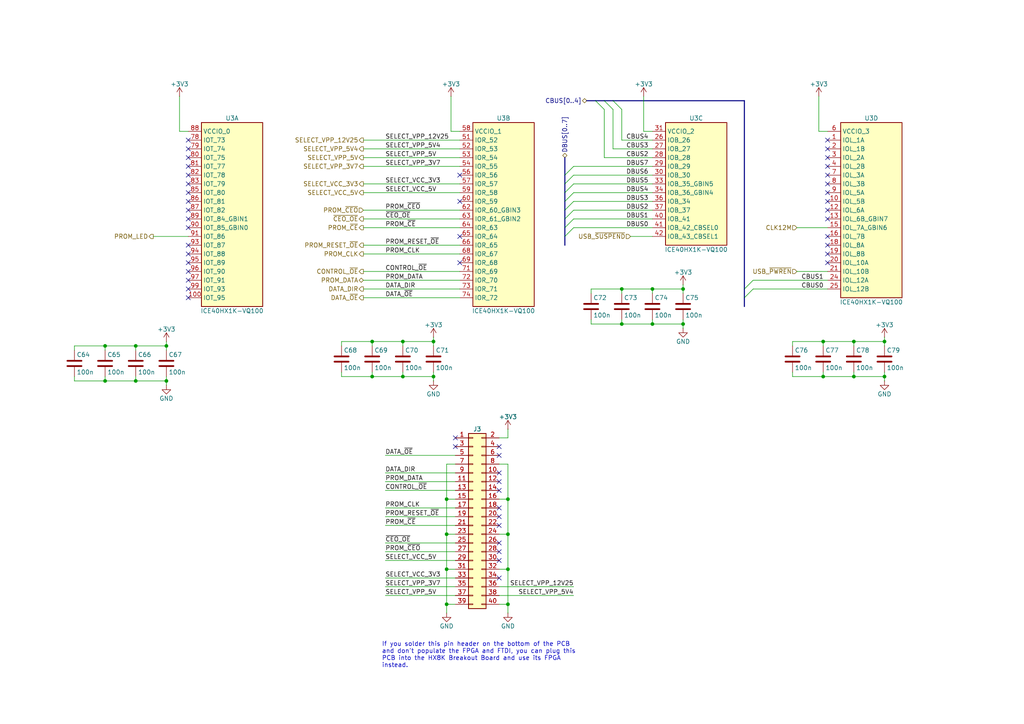
<source format=kicad_sch>
(kicad_sch (version 20231120) (generator "eeschema") (generator_version "8.0")
  (paper "A4")
  (title_block (title "XC17xxx PROM Programmer") (date "2024-11-02") (rev "0") (company "CC-BY-SA-4.0 Michael Singer") (comment 1 "https://github.com/msinger/xc17_prom_prog/") (comment 2 "http://iceboy.a-singer.de/"))
  (lib_symbols
    (symbol "Connector_Generic:Conn_02x20_Odd_Even" (pin_names (offset 1.016) hide)
      (property "Reference" "J" (at 1.27 25.4 0))
      (property "Value" "Conn_02x20_Odd_Even" (at 1.27 -27.94 0))
      (symbol "Conn_02x20_Odd_Even_1_1"
        (rectangle (start -1.27 -25.273) (end 0 -25.527) (stroke (width 0.1524)))
        (rectangle (start -1.27 -22.733) (end 0 -22.987) (stroke (width 0.1524)))
        (rectangle (start -1.27 -20.193) (end 0 -20.447) (stroke (width 0.1524)))
        (rectangle (start -1.27 -17.653) (end 0 -17.907) (stroke (width 0.1524)))
        (rectangle (start -1.27 -15.113) (end 0 -15.367) (stroke (width 0.1524)))
        (rectangle (start -1.27 -12.573) (end 0 -12.827) (stroke (width 0.1524)))
        (rectangle (start -1.27 -10.033) (end 0 -10.287) (stroke (width 0.1524)))
        (rectangle (start -1.27 -7.493) (end 0 -7.747) (stroke (width 0.1524)))
        (rectangle (start -1.27 -4.953) (end 0 -5.207) (stroke (width 0.1524)))
        (rectangle (start -1.27 -2.413) (end 0 -2.667) (stroke (width 0.1524)))
        (rectangle (start -1.27 0.127) (end 0 -0.127) (stroke (width 0.1524)))
        (rectangle (start -1.27 2.667) (end 0 2.413) (stroke (width 0.1524)))
        (rectangle (start -1.27 5.207) (end 0 4.953) (stroke (width 0.1524)))
        (rectangle (start -1.27 7.747) (end 0 7.493) (stroke (width 0.1524)))
        (rectangle (start -1.27 10.287) (end 0 10.033) (stroke (width 0.1524)))
        (rectangle (start -1.27 12.827) (end 0 12.573) (stroke (width 0.1524)))
        (rectangle (start -1.27 15.367) (end 0 15.113) (stroke (width 0.1524)))
        (rectangle (start -1.27 17.907) (end 0 17.653) (stroke (width 0.1524)))
        (rectangle (start -1.27 20.447) (end 0 20.193) (stroke (width 0.1524)))
        (rectangle (start -1.27 22.987) (end 0 22.733) (stroke (width 0.1524)))
        (rectangle (start -1.27 24.13) (end 3.81 -26.67) (stroke (width 0.254)) (fill (type background)))
        (rectangle (start 3.81 -25.273) (end 2.54 -25.527) (stroke (width 0.1524)))
        (rectangle (start 3.81 -22.733) (end 2.54 -22.987) (stroke (width 0.1524)))
        (rectangle (start 3.81 -20.193) (end 2.54 -20.447) (stroke (width 0.1524)))
        (rectangle (start 3.81 -17.653) (end 2.54 -17.907) (stroke (width 0.1524)))
        (rectangle (start 3.81 -15.113) (end 2.54 -15.367) (stroke (width 0.1524)))
        (rectangle (start 3.81 -12.573) (end 2.54 -12.827) (stroke (width 0.1524)))
        (rectangle (start 3.81 -10.033) (end 2.54 -10.287) (stroke (width 0.1524)))
        (rectangle (start 3.81 -7.493) (end 2.54 -7.747) (stroke (width 0.1524)))
        (rectangle (start 3.81 -4.953) (end 2.54 -5.207) (stroke (width 0.1524)))
        (rectangle (start 3.81 -2.413) (end 2.54 -2.667) (stroke (width 0.1524)))
        (rectangle (start 3.81 0.127) (end 2.54 -0.127) (stroke (width 0.1524)))
        (rectangle (start 3.81 2.667) (end 2.54 2.413) (stroke (width 0.1524)))
        (rectangle (start 3.81 5.207) (end 2.54 4.953) (stroke (width 0.1524)))
        (rectangle (start 3.81 7.747) (end 2.54 7.493) (stroke (width 0.1524)))
        (rectangle (start 3.81 10.287) (end 2.54 10.033) (stroke (width 0.1524)))
        (rectangle (start 3.81 12.827) (end 2.54 12.573) (stroke (width 0.1524)))
        (rectangle (start 3.81 15.367) (end 2.54 15.113) (stroke (width 0.1524)))
        (rectangle (start 3.81 17.907) (end 2.54 17.653) (stroke (width 0.1524)))
        (rectangle (start 3.81 20.447) (end 2.54 20.193) (stroke (width 0.1524)))
        (rectangle (start 3.81 22.987) (end 2.54 22.733) (stroke (width 0.1524)))
        (pin passive line (at -5.08 22.86 0) (length 3.81) (name "Pin_1") (number "1"))
        (pin passive line (at 7.62 12.7 180) (length 3.81) (name "Pin_10") (number "10"))
        (pin passive line (at -5.08 10.16 0) (length 3.81) (name "Pin_11") (number "11"))
        (pin passive line (at 7.62 10.16 180) (length 3.81) (name "Pin_12") (number "12"))
        (pin passive line (at -5.08 7.62 0) (length 3.81) (name "Pin_13") (number "13"))
        (pin passive line (at 7.62 7.62 180) (length 3.81) (name "Pin_14") (number "14"))
        (pin passive line (at -5.08 5.08 0) (length 3.81) (name "Pin_15") (number "15"))
        (pin passive line (at 7.62 5.08 180) (length 3.81) (name "Pin_16") (number "16"))
        (pin passive line (at -5.08 2.54 0) (length 3.81) (name "Pin_17") (number "17"))
        (pin passive line (at 7.62 2.54 180) (length 3.81) (name "Pin_18") (number "18"))
        (pin passive line (at -5.08 0 0) (length 3.81) (name "Pin_19") (number "19"))
        (pin passive line (at 7.62 22.86 180) (length 3.81) (name "Pin_2") (number "2"))
        (pin passive line (at 7.62 0 180) (length 3.81) (name "Pin_20") (number "20"))
        (pin passive line (at -5.08 -2.54 0) (length 3.81) (name "Pin_21") (number "21"))
        (pin passive line (at 7.62 -2.54 180) (length 3.81) (name "Pin_22") (number "22"))
        (pin passive line (at -5.08 -5.08 0) (length 3.81) (name "Pin_23") (number "23"))
        (pin passive line (at 7.62 -5.08 180) (length 3.81) (name "Pin_24") (number "24"))
        (pin passive line (at -5.08 -7.62 0) (length 3.81) (name "Pin_25") (number "25"))
        (pin passive line (at 7.62 -7.62 180) (length 3.81) (name "Pin_26") (number "26"))
        (pin passive line (at -5.08 -10.16 0) (length 3.81) (name "Pin_27") (number "27"))
        (pin passive line (at 7.62 -10.16 180) (length 3.81) (name "Pin_28") (number "28"))
        (pin passive line (at -5.08 -12.7 0) (length 3.81) (name "Pin_29") (number "29"))
        (pin passive line (at -5.08 20.32 0) (length 3.81) (name "Pin_3") (number "3"))
        (pin passive line (at 7.62 -12.7 180) (length 3.81) (name "Pin_30") (number "30"))
        (pin passive line (at -5.08 -15.24 0) (length 3.81) (name "Pin_31") (number "31"))
        (pin passive line (at 7.62 -15.24 180) (length 3.81) (name "Pin_32") (number "32"))
        (pin passive line (at -5.08 -17.78 0) (length 3.81) (name "Pin_33") (number "33"))
        (pin passive line (at 7.62 -17.78 180) (length 3.81) (name "Pin_34") (number "34"))
        (pin passive line (at -5.08 -20.32 0) (length 3.81) (name "Pin_35") (number "35"))
        (pin passive line (at 7.62 -20.32 180) (length 3.81) (name "Pin_36") (number "36"))
        (pin passive line (at -5.08 -22.86 0) (length 3.81) (name "Pin_37") (number "37"))
        (pin passive line (at 7.62 -22.86 180) (length 3.81) (name "Pin_38") (number "38"))
        (pin passive line (at -5.08 -25.4 0) (length 3.81) (name "Pin_39") (number "39"))
        (pin passive line (at 7.62 20.32 180) (length 3.81) (name "Pin_4") (number "4"))
        (pin passive line (at 7.62 -25.4 180) (length 3.81) (name "Pin_40") (number "40"))
        (pin passive line (at -5.08 17.78 0) (length 3.81) (name "Pin_5") (number "5"))
        (pin passive line (at 7.62 17.78 180) (length 3.81) (name "Pin_6") (number "6"))
        (pin passive line (at -5.08 15.24 0) (length 3.81) (name "Pin_7") (number "7"))
        (pin passive line (at 7.62 15.24 180) (length 3.81) (name "Pin_8") (number "8"))
        (pin passive line (at -5.08 12.7 0) (length 3.81) (name "Pin_9") (number "9"))
      )
    )
    (symbol "Device:C" (pin_numbers hide) (pin_names (offset 0.254))
      (property "Reference" "C" (at 0.635 2.54 0))
      (property "Value" "C" (at 0.635 -2.54 0))
      (symbol "C_0_1"
        (polyline (pts (xy -2.032 -0.762) (xy 2.032 -0.762)) (stroke (width 0.508)))
        (polyline (pts (xy -2.032 0.762) (xy 2.032 0.762)) (stroke (width 0.508)))
      )
      (symbol "C_1_1"
        (pin passive line (at 0 3.81 270) (length 2.794) (name "~") (number "1"))
        (pin passive line (at 0 -3.81 90) (length 2.794) (name "~") (number "2"))
      )
    )
    (symbol "FPGA_Lattice_ICE40HX1K:ICE40HX1K-VQ100"
      (property "Reference" "U" (at 0 27.94 0))
      (property "Value" "ICE40HX1K-VQ100" (at 0 -27.94 0))
      (symbol "ICE40HX1K-VQ100_1_1"
        (rectangle (start -8.89 26.67) (end 8.89 -26.67) (stroke (width 0.254)) (fill (type background)))
        (pin bidirectional line (at -12.7 -24.13 0) (length 3.81) (name "IOT_95") (number "100"))
        (pin bidirectional line (at -12.7 21.59 0) (length 3.81) (name "IOT_73") (number "78"))
        (pin bidirectional line (at -12.7 19.05 0) (length 3.81) (name "IOT_74") (number "79"))
        (pin bidirectional line (at -12.7 16.51 0) (length 3.81) (name "IOT_75") (number "80"))
        (pin bidirectional line (at -12.7 13.97 0) (length 3.81) (name "IOT_77") (number "81"))
        (pin bidirectional line (at -12.7 11.43 0) (length 3.81) (name "IOT_78") (number "82"))
        (pin bidirectional line (at -12.7 8.89 0) (length 3.81) (name "IOT_79") (number "83"))
        (pin bidirectional line (at -12.7 6.35 0) (length 3.81) (name "IOT_80") (number "85"))
        (pin bidirectional line (at -12.7 3.81 0) (length 3.81) (name "IOT_81") (number "86"))
        (pin bidirectional line (at -12.7 1.27 0) (length 3.81) (name "IOT_82") (number "87"))
        (pin power_in line (at -12.7 24.13 0) (length 3.81) (name "VCCIO_0") (number "88"))
        (pin bidirectional line (at -12.7 -1.27 0) (length 3.81) (name "IOT_84_GBIN1") (number "89"))
        (pin bidirectional line (at -12.7 -3.81 0) (length 3.81) (name "IOT_85_GBIN0") (number "90"))
        (pin bidirectional line (at -12.7 -6.35 0) (length 3.81) (name "IOT_86") (number "91"))
        (pin passive line (at -12.7 24.13 0) (length 3.81) hide (name "VCCIO_0") (number "92"))
        (pin bidirectional line (at -12.7 -8.89 0) (length 3.81) (name "IOT_87") (number "93"))
        (pin bidirectional line (at -12.7 -11.43 0) (length 3.81) (name "IOT_88") (number "94"))
        (pin bidirectional line (at -12.7 -13.97 0) (length 3.81) (name "IOT_89") (number "95"))
        (pin bidirectional line (at -12.7 -16.51 0) (length 3.81) (name "IOT_90") (number "96"))
        (pin bidirectional line (at -12.7 -19.05 0) (length 3.81) (name "IOT_91") (number "97"))
        (pin bidirectional line (at -12.7 -21.59 0) (length 3.81) (name "IOT_93") (number "99"))
      )
      (symbol "ICE40HX1K-VQ100_2_1"
        (rectangle (start -8.89 26.67) (end 8.89 -26.67) (stroke (width 0.254)) (fill (type background)))
        (pin bidirectional line (at -12.7 21.59 0) (length 3.81) (name "IOR_52") (number "51"))
        (pin bidirectional line (at -12.7 19.05 0) (length 3.81) (name "IOR_53") (number "52"))
        (pin bidirectional line (at -12.7 16.51 0) (length 3.81) (name "IOR_54") (number "53"))
        (pin bidirectional line (at -12.7 13.97 0) (length 3.81) (name "IOR_55") (number "54"))
        (pin bidirectional line (at -12.7 11.43 0) (length 3.81) (name "IOR_56") (number "56"))
        (pin bidirectional line (at -12.7 8.89 0) (length 3.81) (name "IOR_57") (number "57"))
        (pin power_in line (at -12.7 24.13 0) (length 3.81) (name "VCCIO_1") (number "58"))
        (pin bidirectional line (at -12.7 6.35 0) (length 3.81) (name "IOR_58") (number "59"))
        (pin bidirectional line (at -12.7 3.81 0) (length 3.81) (name "IOR_59") (number "60"))
        (pin bidirectional line (at -12.7 1.27 0) (length 3.81) (name "IOR_60_GBIN3") (number "62"))
        (pin bidirectional line (at -12.7 -1.27 0) (length 3.81) (name "IOR_61_GBIN2") (number "63"))
        (pin bidirectional line (at -12.7 -3.81 0) (length 3.81) (name "IOR_63") (number "64"))
        (pin bidirectional line (at -12.7 -6.35 0) (length 3.81) (name "IOR_64") (number "65"))
        (pin bidirectional line (at -12.7 -8.89 0) (length 3.81) (name "IOR_65") (number "66"))
        (pin passive line (at -12.7 24.13 0) (length 3.81) hide (name "VCCIO_1") (number "67"))
        (pin bidirectional line (at -12.7 -11.43 0) (length 3.81) (name "IOR_67") (number "68"))
        (pin bidirectional line (at -12.7 -13.97 0) (length 3.81) (name "IOR_68") (number "69"))
        (pin bidirectional line (at -12.7 -16.51 0) (length 3.81) (name "IOR_69") (number "71"))
        (pin bidirectional line (at -12.7 -19.05 0) (length 3.81) (name "IOR_70") (number "72"))
        (pin bidirectional line (at -12.7 -21.59 0) (length 3.81) (name "IOR_71") (number "73"))
        (pin bidirectional line (at -12.7 -24.13 0) (length 3.81) (name "IOR_72") (number "74"))
      )
      (symbol "ICE40HX1K-VQ100_3_1"
        (rectangle (start -8.89 17.78) (end 8.89 -17.78) (stroke (width 0.254)) (fill (type background)))
        (pin bidirectional line (at -12.7 12.7 0) (length 3.81) (name "IOB_26") (number "26"))
        (pin bidirectional line (at -12.7 10.16 0) (length 3.81) (name "IOB_27") (number "27"))
        (pin bidirectional line (at -12.7 7.62 0) (length 3.81) (name "IOB_28") (number "28"))
        (pin bidirectional line (at -12.7 5.08 0) (length 3.81) (name "IOB_29") (number "29"))
        (pin bidirectional line (at -12.7 2.54 0) (length 3.81) (name "IOB_30") (number "30"))
        (pin power_in line (at -12.7 15.24 0) (length 3.81) (name "VCCIO_2") (number "31"))
        (pin bidirectional line (at -12.7 0 0) (length 3.81) (name "IOB_35_GBIN5") (number "33"))
        (pin bidirectional line (at -12.7 -2.54 0) (length 3.81) (name "IOB_36_GBIN4") (number "34"))
        (pin bidirectional line (at -12.7 -5.08 0) (length 3.81) (name "IOB_34") (number "36"))
        (pin bidirectional line (at -12.7 -7.62 0) (length 3.81) (name "IOB_37") (number "37"))
        (pin passive line (at -12.7 15.24 0) (length 3.81) hide (name "VCCIO_2") (number "38"))
        (pin bidirectional line (at -12.7 -10.16 0) (length 3.81) (name "IOB_41") (number "40"))
        (pin bidirectional line (at -12.7 -12.7 0) (length 3.81) (name "IOB_42_CBSEL0") (number "41"))
        (pin bidirectional line (at -12.7 -15.24 0) (length 3.81) (name "IOB_43_CBSEL1") (number "42"))
      )
      (symbol "ICE40HX1K-VQ100_4_1"
        (rectangle (start -8.89 25.4) (end 8.89 -25.4) (stroke (width 0.254)) (fill (type background)))
        (pin bidirectional line (at -12.7 20.32 0) (length 3.81) (name "IOL_1A") (number "1"))
        (pin bidirectional line (at -12.7 2.54 0) (length 3.81) (name "IOL_5B") (number "10"))
        (pin bidirectional line (at -12.7 0 0) (length 3.81) (name "IOL_6A") (number "12"))
        (pin bidirectional line (at -12.7 -2.54 0) (length 3.81) (name "IOL_6B_GBIN7") (number "13"))
        (pin passive line (at -12.7 22.86 0) (length 3.81) hide (name "VCCIO_3") (number "14"))
        (pin bidirectional line (at -12.7 -5.08 0) (length 3.81) (name "IOL_7A_GBIN6") (number "15"))
        (pin bidirectional line (at -12.7 -7.62 0) (length 3.81) (name "IOL_7B") (number "16"))
        (pin bidirectional line (at -12.7 -10.16 0) (length 3.81) (name "IOL_8A") (number "18"))
        (pin bidirectional line (at -12.7 -12.7 0) (length 3.81) (name "IOL_8B") (number "19"))
        (pin bidirectional line (at -12.7 17.78 0) (length 3.81) (name "IOL_1B") (number "2"))
        (pin bidirectional line (at -12.7 -15.24 0) (length 3.81) (name "IOL_10A") (number "20"))
        (pin bidirectional line (at -12.7 -17.78 0) (length 3.81) (name "IOL_10B") (number "21"))
        (pin passive line (at -12.7 22.86 0) (length 3.81) hide (name "VCCIO_3") (number "22"))
        (pin bidirectional line (at -12.7 -20.32 0) (length 3.81) (name "IOL_12A") (number "24"))
        (pin bidirectional line (at -12.7 -22.86 0) (length 3.81) (name "IOL_12B") (number "25"))
        (pin bidirectional line (at -12.7 15.24 0) (length 3.81) (name "IOL_2A") (number "3"))
        (pin bidirectional line (at -12.7 12.7 0) (length 3.81) (name "IOL_2B") (number "4"))
        (pin power_in line (at -12.7 22.86 0) (length 3.81) (name "VCCIO_3") (number "6"))
        (pin bidirectional line (at -12.7 10.16 0) (length 3.81) (name "IOL_3A") (number "7"))
        (pin bidirectional line (at -12.7 7.62 0) (length 3.81) (name "IOL_3B") (number "8"))
        (pin bidirectional line (at -12.7 5.08 0) (length 3.81) (name "IOL_5A") (number "9"))
      )
      (symbol "ICE40HX1K-VQ100_5_1"
        (rectangle (start -13.97 10.16) (end 13.97 -10.16) (stroke (width 0.254)) (fill (type background)))
        (pin power_in line (at 17.78 7.62 180) (length 3.81) (name "VCC") (number "11"))
        (pin passive line (at 17.78 -7.62 180) (length 3.81) hide (name "GND") (number "17"))
        (pin passive line (at 17.78 -7.62 180) (length 3.81) hide (name "GND") (number "23"))
        (pin passive line (at 17.78 -7.62 180) (length 3.81) hide (name "GND") (number "32"))
        (pin passive line (at 17.78 7.62 180) (length 3.81) hide (name "VCC") (number "35"))
        (pin passive line (at 17.78 -7.62 180) (length 3.81) hide (name "GND") (number "39"))
        (pin open_collector line (at -17.78 7.62 0) (length 3.81) (name "CDONE") (number "43"))
        (pin input line (at -17.78 5.08 0) (length 3.81) (name "~{CRESET_B}") (number "44"))
        (pin bidirectional line (at -17.78 0 0) (length 3.81) (name "IOB_44_SDO") (number "45"))
        (pin bidirectional line (at -17.78 -2.54 0) (length 3.81) (name "IOB_45_SDI") (number "46"))
        (pin passive line (at 17.78 -7.62 180) (length 3.81) hide (name "GND") (number "47"))
        (pin bidirectional line (at -17.78 -5.08 0) (length 3.81) (name "IOB_46_SCK") (number "48"))
        (pin bidirectional line (at -17.78 -7.62 0) (length 3.81) (name "IOB_47_SS") (number "49"))
        (pin power_in line (at 17.78 -7.62 180) (length 3.81) (name "GND") (number "5"))
        (pin power_in line (at 17.78 -3.81 180) (length 3.81) (name "VCC_SPI") (number "50"))
        (pin passive line (at 17.78 -7.62 180) (length 3.81) hide (name "GND") (number "55"))
        (pin passive line (at 17.78 7.62 180) (length 3.81) hide (name "VCC") (number "61"))
        (pin passive line (at 17.78 -7.62 180) (length 3.81) hide (name "GND") (number "70"))
        (pin power_in line (at 17.78 3.81 180) (length 3.81) (name "VPP_2V5") (number "75"))
        (pin power_in line (at 17.78 0 180) (length 3.81) (name "VPP_FAST") (number "76"))
        (pin passive line (at 17.78 7.62 180) (length 3.81) hide (name "VCC") (number "77"))
        (pin passive line (at 17.78 -7.62 180) (length 3.81) hide (name "GND") (number "84"))
        (pin passive line (at 17.78 -7.62 180) (length 3.81) hide (name "GND") (number "98"))
      )
    )
    (symbol "power:+3V3" (power) (pin_numbers hide) (pin_names (offset 0) hide)
      (property "Value" "+3V3" (at 0 3.556 0))
      (symbol "+3V3_0_1"
        (polyline (pts (xy -0.762 1.27) (xy 0 2.54)))
        (polyline (pts (xy 0 0) (xy 0 2.54)))
        (polyline (pts (xy 0 2.54) (xy 0.762 1.27)))
      )
      (symbol "+3V3_1_1"
        (pin power_in line (at 0 0 90) (length 0) (name "~") (number "1"))
      )
    )
    (symbol "power:GND" (power) (pin_numbers hide) (pin_names (offset 0) hide)
      (property "Value" "GND" (at 0 -3.81 0))
      (symbol "GND_0_1"
        (polyline (pts (xy 0 0) (xy 0 -1.27) (xy 1.27 -1.27) (xy 0 -2.54) (xy -1.27 -1.27) (xy 0 -1.27)))
      )
      (symbol "GND_1_1"
        (pin power_in line (at 0 0 270) (length 0) (name "~") (number "1"))
      )
    )
  )
  (junction (at 147.32 144.78))
  (junction (at 129.54 175.26))
  (junction (at 238.76 109.22))
  (junction (at 147.32 175.26))
  (junction (at 180.34 93.98))
  (junction (at 256.54 109.22))
  (junction (at 198.12 83.82))
  (junction (at 39.37 110.49))
  (junction (at 30.48 100.33))
  (junction (at 107.95 109.22))
  (junction (at 30.48 110.49))
  (junction (at 189.23 93.98))
  (junction (at 189.23 83.82))
  (junction (at 116.84 99.06))
  (junction (at 256.54 99.06))
  (junction (at 116.84 109.22))
  (junction (at 247.65 109.22))
  (junction (at 147.32 165.1))
  (junction (at 247.65 99.06))
  (junction (at 129.54 154.94))
  (junction (at 48.26 100.33))
  (junction (at 129.54 144.78))
  (junction (at 39.37 100.33))
  (junction (at 147.32 154.94))
  (junction (at 125.73 99.06))
  (junction (at 107.95 99.06))
  (junction (at 238.76 99.06))
  (junction (at 180.34 83.82))
  (junction (at 48.26 110.49))
  (junction (at 125.73 109.22))
  (junction (at 129.54 165.1))
  (junction (at 198.12 93.98))
  (no_connect (at 54.61 71.12))
  (no_connect (at 54.61 58.42))
  (no_connect (at 144.78 162.56))
  (no_connect (at 54.61 63.5))
  (no_connect (at 133.35 50.8))
  (no_connect (at 54.61 48.26))
  (no_connect (at 54.61 66.04))
  (no_connect (at 144.78 167.64))
  (no_connect (at 144.78 137.16))
  (no_connect (at 240.03 58.42))
  (no_connect (at 240.03 53.34))
  (no_connect (at 54.61 43.18))
  (no_connect (at 54.61 45.72))
  (no_connect (at 54.61 40.64))
  (no_connect (at 133.35 58.42))
  (no_connect (at 144.78 157.48))
  (no_connect (at 132.08 127))
  (no_connect (at 54.61 53.34))
  (no_connect (at 144.78 149.86))
  (no_connect (at 144.78 132.08))
  (no_connect (at 54.61 86.36))
  (no_connect (at 133.35 68.58))
  (no_connect (at 144.78 142.24))
  (no_connect (at 144.78 129.54))
  (no_connect (at 240.03 55.88))
  (no_connect (at 240.03 45.72))
  (no_connect (at 240.03 50.8))
  (no_connect (at 240.03 48.26))
  (no_connect (at 54.61 73.66))
  (no_connect (at 240.03 43.18))
  (no_connect (at 144.78 152.4))
  (no_connect (at 240.03 63.5))
  (no_connect (at 144.78 147.32))
  (no_connect (at 133.35 76.2))
  (no_connect (at 240.03 76.2))
  (no_connect (at 240.03 71.12))
  (no_connect (at 240.03 60.96))
  (no_connect (at 54.61 50.8))
  (no_connect (at 54.61 60.96))
  (no_connect (at 240.03 68.58))
  (no_connect (at 240.03 73.66))
  (no_connect (at 144.78 139.7))
  (no_connect (at 54.61 83.82))
  (no_connect (at 240.03 40.64))
  (no_connect (at 54.61 55.88))
  (no_connect (at 54.61 76.2))
  (no_connect (at 54.61 78.74))
  (no_connect (at 54.61 81.28))
  (no_connect (at 132.08 129.54))
  (no_connect (at 144.78 160.02))
  (bus_entry (at 163.83 68.58) (size 2.54 -2.54))
  (bus_entry (at 163.83 55.88) (size 2.54 -2.54))
  (bus_entry (at 175.26 31.75) (size -2.54 -2.54))
  (bus_entry (at 215.9 86.36) (size 2.54 -2.54))
  (bus_entry (at 163.83 50.8) (size 2.54 -2.54))
  (bus_entry (at 163.83 58.42) (size 2.54 -2.54))
  (bus_entry (at 163.83 63.5) (size 2.54 -2.54))
  (bus_entry (at 177.8 31.75) (size -2.54 -2.54))
  (bus_entry (at 215.9 83.82) (size 2.54 -2.54))
  (bus_entry (at 163.83 53.34) (size 2.54 -2.54))
  (bus_entry (at 163.83 60.96) (size 2.54 -2.54))
  (bus_entry (at 180.34 31.75) (size -2.54 -2.54))
  (bus_entry (at 163.83 66.04) (size 2.54 -2.54))
  (wire (pts (xy 144.78 165.1) (xy 147.32 165.1)))
  (wire (pts (xy 171.45 85.09) (xy 171.45 83.82)))
  (wire (pts (xy 229.87 100.33) (xy 229.87 99.06)))
  (wire (pts (xy 229.87 107.95) (xy 229.87 109.22)))
  (wire (pts (xy 177.8 43.18) (xy 177.8 31.75)))
  (wire (pts (xy 129.54 154.94) (xy 129.54 144.78)))
  (wire (pts (xy 166.37 48.26) (xy 189.23 48.26)))
  (wire (pts (xy 166.37 53.34) (xy 189.23 53.34)))
  (wire (pts (xy 256.54 109.22) (xy 256.54 107.95)))
  (wire (pts (xy 229.87 109.22) (xy 238.76 109.22)))
  (wire (pts (xy 129.54 134.62) (xy 129.54 144.78)))
  (wire (pts (xy 147.32 124.46) (xy 147.32 127)))
  (wire (pts (xy 39.37 110.49) (xy 48.26 110.49)))
  (bus (pts (xy 163.83 45.72) (xy 163.83 50.8)))
  (wire (pts (xy 52.07 38.1) (xy 54.61 38.1)))
  (wire (pts (xy 105.41 83.82) (xy 133.35 83.82)))
  (wire (pts (xy 48.26 99.06) (xy 48.26 100.33)))
  (wire (pts (xy 130.81 38.1) (xy 133.35 38.1)))
  (wire (pts (xy 21.59 101.6) (xy 21.59 100.33)))
  (bus (pts (xy 163.83 68.58) (xy 163.83 71.12)))
  (wire (pts (xy 111.76 172.72) (xy 132.08 172.72)))
  (wire (pts (xy 198.12 82.55) (xy 198.12 83.82)))
  (wire (pts (xy 147.32 175.26) (xy 147.32 177.8)))
  (wire (pts (xy 256.54 99.06) (xy 256.54 100.33)))
  (wire (pts (xy 48.26 111.76) (xy 48.26 110.49)))
  (wire (pts (xy 147.32 175.26) (xy 147.32 165.1)))
  (wire (pts (xy 198.12 83.82) (xy 198.12 85.09)))
  (wire (pts (xy 189.23 43.18) (xy 177.8 43.18)))
  (bus (pts (xy 170.18 29.21) (xy 172.72 29.21)))
  (wire (pts (xy 111.76 167.64) (xy 132.08 167.64)))
  (bus (pts (xy 163.83 60.96) (xy 163.83 63.5)))
  (wire (pts (xy 111.76 170.18) (xy 132.08 170.18)))
  (wire (pts (xy 105.41 86.36) (xy 133.35 86.36)))
  (wire (pts (xy 21.59 109.22) (xy 21.59 110.49)))
  (wire (pts (xy 105.41 48.26) (xy 133.35 48.26)))
  (wire (pts (xy 189.23 93.98) (xy 198.12 93.98)))
  (wire (pts (xy 166.37 60.96) (xy 189.23 60.96)))
  (wire (pts (xy 48.26 100.33) (xy 48.26 101.6)))
  (wire (pts (xy 132.08 134.62) (xy 129.54 134.62)))
  (wire (pts (xy 180.34 92.71) (xy 180.34 93.98)))
  (wire (pts (xy 48.26 110.49) (xy 48.26 109.22)))
  (wire (pts (xy 144.78 154.94) (xy 147.32 154.94)))
  (wire (pts (xy 231.14 78.74) (xy 240.03 78.74)))
  (wire (pts (xy 238.76 99.06) (xy 247.65 99.06)))
  (wire (pts (xy 39.37 109.22) (xy 39.37 110.49)))
  (bus (pts (xy 215.9 86.36) (xy 215.9 83.82)))
  (wire (pts (xy 189.23 83.82) (xy 189.23 85.09)))
  (bus (pts (xy 175.26 29.21) (xy 177.8 29.21)))
  (wire (pts (xy 99.06 107.95) (xy 99.06 109.22)))
  (bus (pts (xy 177.8 29.21) (xy 215.9 29.21)))
  (wire (pts (xy 107.95 107.95) (xy 107.95 109.22)))
  (wire (pts (xy 237.49 38.1) (xy 240.03 38.1)))
  (bus (pts (xy 215.9 88.9) (xy 215.9 86.36)))
  (wire (pts (xy 256.54 110.49) (xy 256.54 109.22)))
  (wire (pts (xy 218.44 83.82) (xy 240.03 83.82)))
  (wire (pts (xy 111.76 142.24) (xy 132.08 142.24)))
  (wire (pts (xy 147.32 165.1) (xy 147.32 154.94)))
  (wire (pts (xy 166.37 66.04) (xy 189.23 66.04)))
  (wire (pts (xy 105.41 43.18) (xy 133.35 43.18)))
  (wire (pts (xy 247.65 109.22) (xy 256.54 109.22)))
  (wire (pts (xy 21.59 110.49) (xy 30.48 110.49)))
  (wire (pts (xy 237.49 27.94) (xy 237.49 38.1)))
  (wire (pts (xy 180.34 83.82) (xy 180.34 85.09)))
  (wire (pts (xy 175.26 45.72) (xy 189.23 45.72)))
  (bus (pts (xy 172.72 29.21) (xy 175.26 29.21)))
  (wire (pts (xy 189.23 92.71) (xy 189.23 93.98)))
  (wire (pts (xy 44.45 68.58) (xy 54.61 68.58)))
  (wire (pts (xy 105.41 71.12) (xy 133.35 71.12)))
  (wire (pts (xy 125.73 99.06) (xy 125.73 100.33)))
  (wire (pts (xy 111.76 157.48) (xy 132.08 157.48)))
  (wire (pts (xy 129.54 144.78) (xy 132.08 144.78)))
  (wire (pts (xy 111.76 132.08) (xy 132.08 132.08)))
  (wire (pts (xy 144.78 170.18) (xy 166.37 170.18)))
  (wire (pts (xy 116.84 99.06) (xy 125.73 99.06)))
  (wire (pts (xy 175.26 31.75) (xy 175.26 45.72)))
  (wire (pts (xy 231.14 66.04) (xy 240.03 66.04)))
  (wire (pts (xy 247.65 99.06) (xy 256.54 99.06)))
  (wire (pts (xy 111.76 147.32) (xy 132.08 147.32)))
  (wire (pts (xy 132.08 175.26) (xy 129.54 175.26)))
  (wire (pts (xy 238.76 109.22) (xy 247.65 109.22)))
  (wire (pts (xy 147.32 154.94) (xy 147.32 144.78)))
  (wire (pts (xy 198.12 95.25) (xy 198.12 93.98)))
  (wire (pts (xy 180.34 93.98) (xy 189.23 93.98)))
  (wire (pts (xy 125.73 109.22) (xy 125.73 107.95)))
  (wire (pts (xy 107.95 109.22) (xy 116.84 109.22)))
  (wire (pts (xy 111.76 162.56) (xy 132.08 162.56)))
  (wire (pts (xy 166.37 63.5) (xy 189.23 63.5)))
  (bus (pts (xy 163.83 66.04) (xy 163.83 68.58)))
  (wire (pts (xy 218.44 81.28) (xy 240.03 81.28)))
  (bus (pts (xy 163.83 50.8) (xy 163.83 53.34)))
  (wire (pts (xy 229.87 99.06) (xy 238.76 99.06)))
  (wire (pts (xy 180.34 31.75) (xy 180.34 40.64)))
  (wire (pts (xy 166.37 55.88) (xy 189.23 55.88)))
  (wire (pts (xy 189.23 83.82) (xy 198.12 83.82)))
  (wire (pts (xy 171.45 83.82) (xy 180.34 83.82)))
  (wire (pts (xy 105.41 73.66) (xy 133.35 73.66)))
  (wire (pts (xy 105.41 53.34) (xy 133.35 53.34)))
  (wire (pts (xy 182.88 68.58) (xy 189.23 68.58)))
  (wire (pts (xy 180.34 40.64) (xy 189.23 40.64)))
  (wire (pts (xy 105.41 81.28) (xy 133.35 81.28)))
  (wire (pts (xy 171.45 92.71) (xy 171.45 93.98)))
  (wire (pts (xy 166.37 50.8) (xy 189.23 50.8)))
  (wire (pts (xy 39.37 100.33) (xy 48.26 100.33)))
  (wire (pts (xy 147.32 144.78) (xy 144.78 144.78)))
  (wire (pts (xy 129.54 165.1) (xy 129.54 154.94)))
  (wire (pts (xy 111.76 139.7) (xy 132.08 139.7)))
  (wire (pts (xy 238.76 99.06) (xy 238.76 100.33)))
  (wire (pts (xy 132.08 165.1) (xy 129.54 165.1)))
  (wire (pts (xy 105.41 55.88) (xy 133.35 55.88)))
  (wire (pts (xy 111.76 149.86) (xy 132.08 149.86)))
  (wire (pts (xy 105.41 78.74) (xy 133.35 78.74)))
  (wire (pts (xy 52.07 27.94) (xy 52.07 38.1)))
  (bus (pts (xy 215.9 29.21) (xy 215.9 83.82)))
  (wire (pts (xy 247.65 99.06) (xy 247.65 100.33)))
  (wire (pts (xy 132.08 154.94) (xy 129.54 154.94)))
  (wire (pts (xy 129.54 175.26) (xy 129.54 165.1)))
  (wire (pts (xy 171.45 93.98) (xy 180.34 93.98)))
  (wire (pts (xy 105.41 40.64) (xy 133.35 40.64)))
  (wire (pts (xy 247.65 107.95) (xy 247.65 109.22)))
  (wire (pts (xy 30.48 110.49) (xy 39.37 110.49)))
  (wire (pts (xy 180.34 83.82) (xy 189.23 83.82)))
  (wire (pts (xy 125.73 97.79) (xy 125.73 99.06)))
  (wire (pts (xy 129.54 175.26) (xy 129.54 177.8)))
  (wire (pts (xy 166.37 58.42) (xy 189.23 58.42)))
  (wire (pts (xy 144.78 134.62) (xy 147.32 134.62)))
  (wire (pts (xy 111.76 160.02) (xy 132.08 160.02)))
  (wire (pts (xy 147.32 134.62) (xy 147.32 144.78)))
  (wire (pts (xy 30.48 100.33) (xy 30.48 101.6)))
  (wire (pts (xy 198.12 93.98) (xy 198.12 92.71)))
  (wire (pts (xy 39.37 100.33) (xy 39.37 101.6)))
  (wire (pts (xy 186.69 38.1) (xy 189.23 38.1)))
  (wire (pts (xy 105.41 45.72) (xy 133.35 45.72)))
  (wire (pts (xy 107.95 99.06) (xy 116.84 99.06)))
  (wire (pts (xy 238.76 107.95) (xy 238.76 109.22)))
  (wire (pts (xy 144.78 175.26) (xy 147.32 175.26)))
  (wire (pts (xy 130.81 27.94) (xy 130.81 38.1)))
  (wire (pts (xy 107.95 99.06) (xy 107.95 100.33)))
  (wire (pts (xy 116.84 109.22) (xy 125.73 109.22)))
  (wire (pts (xy 21.59 100.33) (xy 30.48 100.33)))
  (wire (pts (xy 111.76 137.16) (xy 132.08 137.16)))
  (wire (pts (xy 105.41 63.5) (xy 133.35 63.5)))
  (bus (pts (xy 163.83 58.42) (xy 163.83 60.96)))
  (wire (pts (xy 30.48 100.33) (xy 39.37 100.33)))
  (wire (pts (xy 30.48 109.22) (xy 30.48 110.49)))
  (wire (pts (xy 144.78 172.72) (xy 166.37 172.72)))
  (bus (pts (xy 163.83 63.5) (xy 163.83 66.04)))
  (wire (pts (xy 186.69 27.94) (xy 186.69 38.1)))
  (wire (pts (xy 125.73 110.49) (xy 125.73 109.22)))
  (bus (pts (xy 163.83 55.88) (xy 163.83 58.42)))
  (wire (pts (xy 105.41 66.04) (xy 133.35 66.04)))
  (wire (pts (xy 111.76 152.4) (xy 132.08 152.4)))
  (wire (pts (xy 116.84 107.95) (xy 116.84 109.22)))
  (wire (pts (xy 99.06 109.22) (xy 107.95 109.22)))
  (bus (pts (xy 163.83 53.34) (xy 163.83 55.88)))
  (wire (pts (xy 147.32 127) (xy 144.78 127)))
  (wire (pts (xy 116.84 99.06) (xy 116.84 100.33)))
  (wire (pts (xy 99.06 99.06) (xy 107.95 99.06)))
  (wire (pts (xy 99.06 100.33) (xy 99.06 99.06)))
  (wire (pts (xy 256.54 97.79) (xy 256.54 99.06)))
  (wire (pts (xy 105.41 60.96) (xy 133.35 60.96)))
  (text "If you solder this pin header on the bottom of the PCB\nand don't populate the FPGA and FTDI, you can plug this\nPCB into the HX8K Breakout Board and use its FPGA\ninstead." (at 110.744 189.992 0) (effects (font (size 1.27 1.27)) (justify left)))
  (label "CBUS2" (at 181.61 45.72 0))
  (label "SELECT_VPP_5V" (at 111.76 45.72 0))
  (label "PROM_~{CE}" (at 111.76 152.4 0))
  (label "DBUS4" (at 181.61 55.88 0))
  (label "DATA_DIR" (at 111.76 137.16 0))
  (label "DBUS1" (at 181.61 63.5 0))
  (label "SELECT_VPP_12V25" (at 111.76 40.64 0))
  (label "~{CEO_OE}" (at 111.76 157.48 0))
  (label "DBUS6" (at 181.61 50.8 0))
  (label "PROM_DATA" (at 111.76 139.7 0))
  (label "SELECT_VPP_5V4" (at 111.76 43.18 0))
  (label "DBUS3" (at 181.61 58.42 0))
  (label "DBUS7" (at 181.61 48.26 0))
  (label "SELECT_VPP_5V4" (at 166.37 172.72 180))
  (label "DATA_DIR" (at 111.76 83.82 0))
  (label "SELECT_VCC_3V3" (at 111.76 167.64 0))
  (label "PROM_RESET_~{OE}" (at 111.76 71.12 0))
  (label "~{CEO_OE}" (at 111.76 63.5 0))
  (label "SELECT_VCC_5V" (at 111.76 55.88 0))
  (label "PROM_CLK" (at 111.76 73.66 0))
  (label "SELECT_VCC_5V" (at 111.76 162.56 0))
  (label "PROM_CLK" (at 111.76 147.32 0))
  (label "SELECT_VPP_5V" (at 111.76 172.72 0))
  (label "SELECT_VPP_3V7" (at 111.76 48.26 0))
  (label "SELECT_VCC_3V3" (at 111.76 53.34 0))
  (label "CBUS1" (at 232.41 81.28 0))
  (label "CBUS4" (at 181.61 40.64 0))
  (label "SELECT_VPP_12V25" (at 166.37 170.18 180))
  (label "CONTROL_~{OE}" (at 111.76 142.24 0))
  (label "CBUS3" (at 181.61 43.18 0))
  (label "PROM_RESET_~{OE}" (at 111.76 149.86 0))
  (label "DATA_~{OE}" (at 111.76 86.36 0))
  (label "DBUS2" (at 181.61 60.96 0))
  (label "PROM_~{CEO}" (at 111.76 160.02 0))
  (label "CBUS0" (at 232.41 83.82 0))
  (label "CONTROL_~{OE}" (at 111.76 78.74 0))
  (label "SELECT_VPP_3V7" (at 111.76 170.18 0))
  (label "DATA_~{OE}" (at 111.76 132.08 0))
  (label "PROM_~{CEO}" (at 111.76 60.96 0))
  (label "PROM_~{CE}" (at 111.76 66.04 0))
  (label "DBUS5" (at 181.61 53.34 0))
  (label "DBUS0" (at 181.61 66.04 0))
  (label "PROM_DATA" (at 111.76 81.28 0))
  (hierarchical_label "SELECT_VCC_3V3" (shape output) (at 105.41 53.34 180))
  (hierarchical_label "~{CEO_OE}" (shape output) (at 105.41 63.5 180))
  (hierarchical_label "PROM_DATA" (shape bidirectional) (at 105.41 81.28 180))
  (hierarchical_label "USB_~{SUSPEND}" (shape input) (at 182.88 68.58 180))
  (hierarchical_label "SELECT_VPP_3V7" (shape output) (at 105.41 48.26 180))
  (hierarchical_label "PROM_CLK" (shape output) (at 105.41 73.66 180))
  (hierarchical_label "SELECT_VCC_5V" (shape output) (at 105.41 55.88 180))
  (hierarchical_label "CONTROL_~{OE}" (shape output) (at 105.41 78.74 180))
  (hierarchical_label "PROM_LED" (shape output) (at 44.45 68.58 180))
  (hierarchical_label "SELECT_VPP_5V4" (shape output) (at 105.41 43.18 180))
  (hierarchical_label "USB_~{PWREN}" (shape input) (at 231.14 78.74 180))
  (hierarchical_label "SELECT_VPP_5V" (shape output) (at 105.41 45.72 180))
  (hierarchical_label "PROM_RESET_~{OE}" (shape output) (at 105.41 71.12 180))
  (hierarchical_label "SELECT_VPP_12V25" (shape output) (at 105.41 40.64 180))
  (hierarchical_label "PROM_~{CE}" (shape output) (at 105.41 66.04 180))
  (hierarchical_label "PROM_~{CEO}" (shape input) (at 105.41 60.96 180))
  (hierarchical_label "CLK12M" (shape input) (at 231.14 66.04 180))
  (hierarchical_label "DATA_~{OE}" (shape output) (at 105.41 86.36 180))
  (hierarchical_label "DATA_DIR" (shape output) (at 105.41 83.82 180))
  (hierarchical_label "DBUS[0..7]" (shape bidirectional) (at 163.83 45.72 90))
  (hierarchical_label "CBUS[0..4]" (shape bidirectional) (at 170.18 29.21 180))
  (symbol (lib_id "power:+3V3") (at 198.12 82.55 0) (unit 1)
    (property "Reference" "#PWR0106" (effects (hide yes)))
    (property "Value" "+3V3" (at 198.12 78.994 0))
    (property "Description" "Power symbol creates a global label with name \"+3V3\"" (effects (hide yes)))
  )
  (symbol (lib_id "Device:C") (at 180.34 88.9 0) (unit 1)
    (property "Reference" "C73" (at 180.975 86.36 0) (effects (justify left)))
    (property "Value" "100n" (at 180.975 91.44 0) (effects (justify left)))
    (property "Footprint" "Capacitor_SMD:C_0603_1608Metric" (effects (hide yes)))
    (property "Description" "Unpolarized capacitor" (effects (hide yes)))
  )
  (symbol (lib_id "FPGA_Lattice_ICE40HX1K:ICE40HX1K-VQ100") (at 67.31 62.23 0) (unit 1)
    (property "Reference" "U3" (at 67.31 34.29 0))
    (property "Value" "ICE40HX1K-VQ100" (at 67.31 90.17 0))
    (property "Footprint" "Package_QFP:VQFP-100_14x14mm_P0.5mm" (effects (hide yes)))
    (property "Datasheet" "http://www.latticesemi.com/Products/FPGAandCPLD/iCE40" (effects (hide yes)))
    (property "Description" "iCE40 HX FPGA, 1280 LUTs, 1.2V, VQFP-100" (effects (hide yes)))
  )
  (symbol (lib_id "power:+3V3") (at 125.73 97.79 0) (unit 1)
    (property "Reference" "#PWR099" (effects (hide yes)))
    (property "Value" "+3V3" (at 125.73 94.234 0))
    (property "Description" "Power symbol creates a global label with name \"+3V3\"" (effects (hide yes)))
  )
  (symbol (lib_id "power:GND") (at 48.26 111.76 0) (unit 1)
    (property "Reference" "#PWR097" (effects (hide yes)))
    (property "Value" "GND" (at 48.26 115.57 0))
    (property "Description" "Power symbol creates a global label with name \"GND\" , ground" (effects (hide yes)))
  )
  (symbol (lib_id "power:GND") (at 147.32 177.8 0) (unit 1)
    (property "Reference" "#PWR0104" (effects (hide yes)))
    (property "Value" "GND" (at 147.32 181.61 0))
    (property "Description" "Power symbol creates a global label with name \"GND\" , ground" (effects (hide yes)))
  )
  (symbol (lib_id "Device:C") (at 238.76 104.14 0) (unit 1)
    (property "Reference" "C77" (at 239.395 101.6 0) (effects (justify left)))
    (property "Value" "100n" (at 239.395 106.68 0) (effects (justify left)))
    (property "Footprint" "Capacitor_SMD:C_0603_1608Metric" (effects (hide yes)))
    (property "Description" "Unpolarized capacitor" (effects (hide yes)))
  )
  (symbol (lib_id "FPGA_Lattice_ICE40HX1K:ICE40HX1K-VQ100") (at 146.05 62.23 0) (unit 2)
    (property "Reference" "U3" (at 146.05 34.29 0))
    (property "Value" "ICE40HX1K-VQ100" (at 146.05 90.17 0))
    (property "Footprint" "Package_QFP:VQFP-100_14x14mm_P0.5mm" (effects (hide yes)))
    (property "Datasheet" "http://www.latticesemi.com/Products/FPGAandCPLD/iCE40" (effects (hide yes)))
    (property "Description" "iCE40 HX FPGA, 1280 LUTs, 1.2V, VQFP-100" (effects (hide yes)))
  )
  (symbol (lib_id "power:+3V3") (at 52.07 27.94 0) (unit 1)
    (property "Reference" "#PWR098" (effects (hide yes)))
    (property "Value" "+3V3" (at 52.07 24.384 0))
    (property "Description" "Power symbol creates a global label with name \"+3V3\"" (effects (hide yes)))
  )
  (symbol (lib_id "FPGA_Lattice_ICE40HX1K:ICE40HX1K-VQ100") (at 252.73 60.96 0) (unit 4)
    (property "Reference" "U3" (at 252.73 34.29 0))
    (property "Value" "ICE40HX1K-VQ100" (at 252.73 87.63 0))
    (property "Footprint" "Package_QFP:VQFP-100_14x14mm_P0.5mm" (effects (hide yes)))
    (property "Datasheet" "http://www.latticesemi.com/Products/FPGAandCPLD/iCE40" (effects (hide yes)))
    (property "Description" "iCE40 HX FPGA, 1280 LUTs, 1.2V, VQFP-100" (effects (hide yes)))
  )
  (symbol (lib_id "power:GND") (at 129.54 177.8 0) (unit 1)
    (property "Reference" "#PWR0101" (effects (hide yes)))
    (property "Value" "GND" (at 129.54 181.61 0))
    (property "Description" "Power symbol creates a global label with name \"GND\" , ground" (effects (hide yes)))
  )
  (symbol (lib_id "power:GND") (at 256.54 110.49 0) (unit 1)
    (property "Reference" "#PWR0110" (effects (hide yes)))
    (property "Value" "GND" (at 256.54 114.3 0))
    (property "Description" "Power symbol creates a global label with name \"GND\" , ground" (effects (hide yes)))
  )
  (symbol (lib_id "Device:C") (at 247.65 104.14 0) (unit 1)
    (property "Reference" "C78" (at 248.285 101.6 0) (effects (justify left)))
    (property "Value" "100n" (at 248.285 106.68 0) (effects (justify left)))
    (property "Footprint" "Capacitor_SMD:C_0603_1608Metric" (effects (hide yes)))
    (property "Description" "Unpolarized capacitor" (effects (hide yes)))
  )
  (symbol (lib_id "Device:C") (at 198.12 88.9 0) (unit 1)
    (property "Reference" "C75" (at 198.755 86.36 0) (effects (justify left)))
    (property "Value" "100n" (at 198.755 91.44 0) (effects (justify left)))
    (property "Footprint" "Capacitor_SMD:C_0603_1608Metric" (effects (hide yes)))
    (property "Description" "Unpolarized capacitor" (effects (hide yes)))
  )
  (symbol (lib_id "FPGA_Lattice_ICE40HX1K:ICE40HX1K-VQ100") (at 201.93 53.34 0) (unit 3)
    (property "Reference" "U3" (at 201.93 34.29 0))
    (property "Value" "ICE40HX1K-VQ100" (at 201.93 72.39 0))
    (property "Footprint" "Package_QFP:VQFP-100_14x14mm_P0.5mm" (effects (hide yes)))
    (property "Datasheet" "http://www.latticesemi.com/Products/FPGAandCPLD/iCE40" (effects (hide yes)))
    (property "Description" "iCE40 HX FPGA, 1280 LUTs, 1.2V, VQFP-100" (effects (hide yes)))
  )
  (symbol (lib_id "power:GND") (at 125.73 110.49 0) (unit 1)
    (property "Reference" "#PWR0100" (effects (hide yes)))
    (property "Value" "GND" (at 125.73 114.3 0))
    (property "Description" "Power symbol creates a global label with name \"GND\" , ground" (effects (hide yes)))
  )
  (symbol (lib_id "Device:C") (at 116.84 104.14 0) (unit 1)
    (property "Reference" "C70" (at 117.475 101.6 0) (effects (justify left)))
    (property "Value" "100n" (at 117.475 106.68 0) (effects (justify left)))
    (property "Footprint" "Capacitor_SMD:C_0603_1608Metric" (effects (hide yes)))
    (property "Description" "Unpolarized capacitor" (effects (hide yes)))
  )
  (symbol (lib_id "Device:C") (at 125.73 104.14 0) (unit 1)
    (property "Reference" "C71" (at 126.365 101.6 0) (effects (justify left)))
    (property "Value" "100n" (at 126.365 106.68 0) (effects (justify left)))
    (property "Footprint" "Capacitor_SMD:C_0603_1608Metric" (effects (hide yes)))
    (property "Description" "Unpolarized capacitor" (effects (hide yes)))
  )
  (symbol (lib_id "Device:C") (at 171.45 88.9 0) (unit 1)
    (property "Reference" "C72" (at 172.085 86.36 0) (effects (justify left)))
    (property "Value" "100n" (at 172.085 91.44 0) (effects (justify left)))
    (property "Footprint" "Capacitor_SMD:C_0603_1608Metric" (effects (hide yes)))
    (property "Description" "Unpolarized capacitor" (effects (hide yes)))
  )
  (symbol (lib_id "power:+3V3") (at 256.54 97.79 0) (unit 1)
    (property "Reference" "#PWR0109" (effects (hide yes)))
    (property "Value" "+3V3" (at 256.54 94.234 0))
    (property "Description" "Power symbol creates a global label with name \"+3V3\"" (effects (hide yes)))
  )
  (symbol (lib_id "Connector_Generic:Conn_02x20_Odd_Even") (at 137.16 149.86 0) (unit 1)
    (property "Reference" "J3" (at 138.43 124.46 0))
    (property "Value" "Conn_02x20_Odd_Even" (effects (hide yes)))
    (property "Footprint" "Connector_PinHeader_2.54mm:PinHeader_2x20_P2.54mm_Vertical" (effects (hide yes)))
    (property "Description" "Generic connector, double row, 02x20, odd/even pin numbering scheme (row 1 odd numbers, row 2 even numbers), script generated (kicad-library-utils/schlib/autogen/connector/)" (effects (hide yes)))
  )
  (symbol (lib_id "Device:C") (at 39.37 105.41 0) (unit 1)
    (property "Reference" "C66" (at 40.005 102.87 0) (effects (justify left)))
    (property "Value" "100n" (at 40.005 107.95 0) (effects (justify left)))
    (property "Footprint" "Capacitor_SMD:C_0603_1608Metric" (effects (hide yes)))
    (property "Description" "Unpolarized capacitor" (effects (hide yes)))
  )
  (symbol (lib_id "Device:C") (at 99.06 104.14 0) (unit 1)
    (property "Reference" "C68" (at 99.695 101.6 0) (effects (justify left)))
    (property "Value" "100n" (at 99.695 106.68 0) (effects (justify left)))
    (property "Footprint" "Capacitor_SMD:C_0603_1608Metric" (effects (hide yes)))
    (property "Description" "Unpolarized capacitor" (effects (hide yes)))
  )
  (symbol (lib_id "power:+3V3") (at 147.32 124.46 0) (unit 1)
    (property "Reference" "#PWR0103" (effects (hide yes)))
    (property "Value" "+3V3" (at 147.32 120.904 0))
    (property "Description" "Power symbol creates a global label with name \"+3V3\"" (effects (hide yes)))
  )
  (symbol (lib_id "power:+3V3") (at 186.69 27.94 0) (unit 1)
    (property "Reference" "#PWR0105" (effects (hide yes)))
    (property "Value" "+3V3" (at 186.69 24.384 0))
    (property "Description" "Power symbol creates a global label with name \"+3V3\"" (effects (hide yes)))
  )
  (symbol (lib_id "Device:C") (at 189.23 88.9 0) (unit 1)
    (property "Reference" "C74" (at 189.865 86.36 0) (effects (justify left)))
    (property "Value" "100n" (at 189.865 91.44 0) (effects (justify left)))
    (property "Footprint" "Capacitor_SMD:C_0603_1608Metric" (effects (hide yes)))
    (property "Description" "Unpolarized capacitor" (effects (hide yes)))
  )
  (symbol (lib_id "power:+3V3") (at 130.81 27.94 0) (unit 1)
    (property "Reference" "#PWR0102" (effects (hide yes)))
    (property "Value" "+3V3" (at 130.81 24.384 0))
    (property "Description" "Power symbol creates a global label with name \"+3V3\"" (effects (hide yes)))
  )
  (symbol (lib_id "power:+3V3") (at 237.49 27.94 0) (unit 1)
    (property "Reference" "#PWR0108" (effects (hide yes)))
    (property "Value" "+3V3" (at 237.49 24.384 0))
    (property "Description" "Power symbol creates a global label with name \"+3V3\"" (effects (hide yes)))
  )
  (symbol (lib_id "Device:C") (at 107.95 104.14 0) (unit 1)
    (property "Reference" "C69" (at 108.585 101.6 0) (effects (justify left)))
    (property "Value" "100n" (at 108.585 106.68 0) (effects (justify left)))
    (property "Footprint" "Capacitor_SMD:C_0603_1608Metric" (effects (hide yes)))
    (property "Description" "Unpolarized capacitor" (effects (hide yes)))
  )
  (symbol (lib_id "Device:C") (at 30.48 105.41 0) (unit 1)
    (property "Reference" "C65" (at 31.115 102.87 0) (effects (justify left)))
    (property "Value" "100n" (at 31.115 107.95 0) (effects (justify left)))
    (property "Footprint" "Capacitor_SMD:C_0603_1608Metric" (effects (hide yes)))
    (property "Description" "Unpolarized capacitor" (effects (hide yes)))
  )
  (symbol (lib_id "Device:C") (at 229.87 104.14 0) (unit 1)
    (property "Reference" "C76" (at 230.505 101.6 0) (effects (justify left)))
    (property "Value" "100n" (at 230.505 106.68 0) (effects (justify left)))
    (property "Footprint" "Capacitor_SMD:C_0603_1608Metric" (effects (hide yes)))
    (property "Description" "Unpolarized capacitor" (effects (hide yes)))
  )
  (symbol (lib_id "Device:C") (at 256.54 104.14 0) (unit 1)
    (property "Reference" "C79" (at 257.175 101.6 0) (effects (justify left)))
    (property "Value" "100n" (at 257.175 106.68 0) (effects (justify left)))
    (property "Footprint" "Capacitor_SMD:C_0603_1608Metric" (effects (hide yes)))
    (property "Description" "Unpolarized capacitor" (effects (hide yes)))
  )
  (symbol (lib_id "Device:C") (at 21.59 105.41 0) (unit 1)
    (property "Reference" "C64" (at 22.225 102.87 0) (effects (justify left)))
    (property "Value" "100n" (at 22.225 107.95 0) (effects (justify left)))
    (property "Footprint" "Capacitor_SMD:C_0603_1608Metric" (effects (hide yes)))
    (property "Description" "Unpolarized capacitor" (effects (hide yes)))
  )
  (symbol (lib_id "Device:C") (at 48.26 105.41 0) (unit 1)
    (property "Reference" "C67" (at 48.895 102.87 0) (effects (justify left)))
    (property "Value" "100n" (at 48.895 107.95 0) (effects (justify left)))
    (property "Footprint" "Capacitor_SMD:C_0603_1608Metric" (effects (hide yes)))
    (property "Description" "Unpolarized capacitor" (effects (hide yes)))
  )
  (symbol (lib_id "power:GND") (at 198.12 95.25 0) (unit 1)
    (property "Reference" "#PWR0107" (effects (hide yes)))
    (property "Value" "GND" (at 198.12 99.06 0))
    (property "Description" "Power symbol creates a global label with name \"GND\" , ground" (effects (hide yes)))
  )
  (symbol (lib_id "power:+3V3") (at 48.26 99.06 0) (unit 1)
    (property "Reference" "#PWR096" (effects (hide yes)))
    (property "Value" "+3V3" (at 48.26 95.504 0))
    (property "Description" "Power symbol creates a global label with name \"+3V3\"" (effects (hide yes)))
  )
)
</source>
